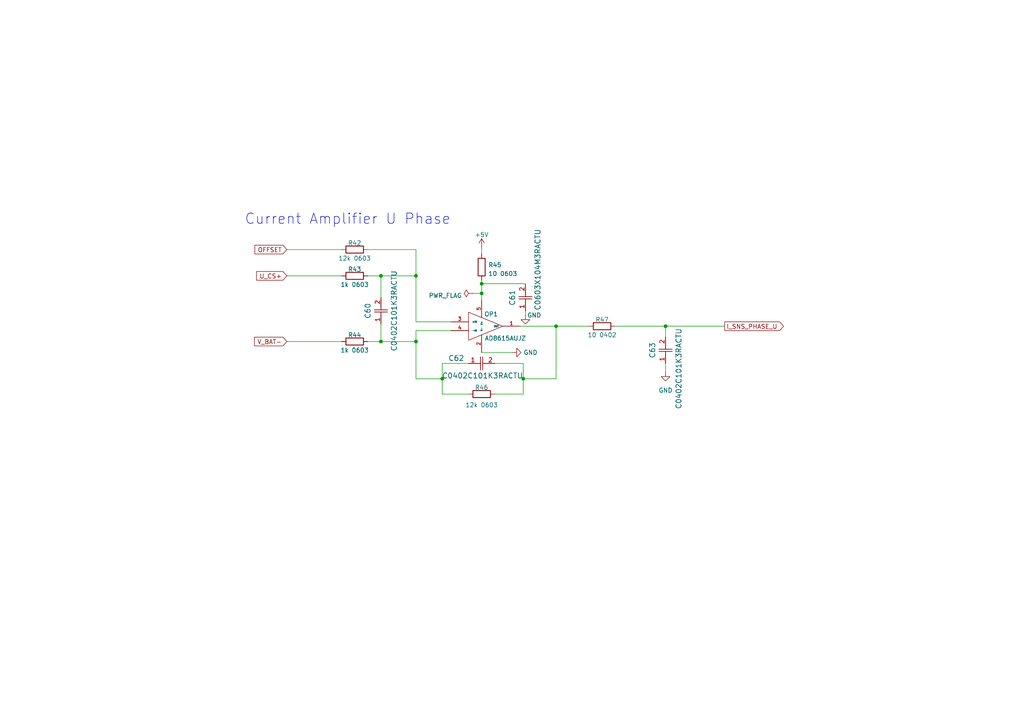
<source format=kicad_sch>
(kicad_sch (version 20231120) (generator "eeschema") (generator_version "8.0")
  (paper "A4")
  (lib_symbols
    (symbol "AD8615:AD8615AUJZ" (pin_names (offset 1.016))
      (property "Reference" "OP" (at 3.556 -12.954 0))
      (property "Value" "AD8615AUJZ" (at 8.128 -21.59 0))
      (symbol "AD8615AUJZ_0_0"
        (pin output line (at 11.176 -17.78 180) (length 5.08) (name "OUT") (number "1"))
        (pin power_in line (at 0 -25.4 90) (length 5.08) (name "V-") (number "2"))
        (pin input line (at -8.89 -16.51 0) (length 5.08) (name "+IN") (number "3"))
        (pin input line (at -8.89 -19.05 0) (length 5.08) (name "-IN") (number "4"))
        (pin power_in line (at 0 -10.16 270) (length 5.08) (name "V+") (number "5"))
      )
      (symbol "AD8615AUJZ_0_1"
        (polyline (pts (xy -3.81 -13.716) (xy -3.81 -21.844) (xy 6.096 -17.78) (xy -3.81 -13.716)))
      )
    )
    (symbol "C0603C101K3RACAUTO:C0402C101K3RACTU" (pin_names (offset 0.254))
      (property "Reference" "C" (at 3.81 3.81 0))
      (property "Value" "C0402C101K3RACTU" (at 3.81 -3.81 0))
      (symbol "C0402C101K3RACTU_1_1"
        (polyline (pts (xy 2.54 0) (xy 3.4798 0)) (stroke (width 0.2032)))
        (polyline (pts (xy 3.4798 -1.905) (xy 3.4798 1.905)) (stroke (width 0.2032)))
        (polyline (pts (xy 4.1148 -1.905) (xy 4.1148 1.905)) (stroke (width 0.2032)))
        (polyline (pts (xy 4.1148 0) (xy 5.08 0)) (stroke (width 0.2032)))
        (pin unspecified line (at 0 0 0) (length 2.54) (name "") (number "1"))
        (pin unspecified line (at 7.62 0 180) (length 2.54) (name "") (number "2"))
      )
      (symbol "C0402C101K3RACTU_1_2"
        (polyline (pts (xy -1.905 -4.1148) (xy 1.905 -4.1148)) (stroke (width 0.2032)))
        (polyline (pts (xy -1.905 -3.4798) (xy 1.905 -3.4798)) (stroke (width 0.2032)))
        (polyline (pts (xy 0 -4.1148) (xy 0 -5.08)) (stroke (width 0.2032)))
        (polyline (pts (xy 0 -2.54) (xy 0 -3.4798)) (stroke (width 0.2032)))
        (pin unspecified line (at 0 0 270) (length 2.54) (name "") (number "1"))
        (pin unspecified line (at 0 -7.62 90) (length 2.54) (name "") (number "2"))
      )
    )
    (symbol "C37:C0603X104M3RACTU" (pin_names (offset 0.254))
      (property "Reference" "C" (at 3.81 3.81 0))
      (property "Value" "C0603X104M3RACTU" (at 3.81 -3.81 0))
      (symbol "C0603X104M3RACTU_1_1"
        (polyline (pts (xy 2.54 0) (xy 3.4798 0)) (stroke (width 0.2032)))
        (polyline (pts (xy 3.4798 -1.905) (xy 3.4798 1.905)) (stroke (width 0.2032)))
        (polyline (pts (xy 4.1148 -1.905) (xy 4.1148 1.905)) (stroke (width 0.2032)))
        (polyline (pts (xy 4.1148 0) (xy 5.08 0)) (stroke (width 0.2032)))
        (pin unspecified line (at 0 0 0) (length 2.54) (name "") (number "1"))
        (pin unspecified line (at 7.62 0 180) (length 2.54) (name "") (number "2"))
      )
      (symbol "C0603X104M3RACTU_1_2"
        (polyline (pts (xy -1.905 -4.1148) (xy 1.905 -4.1148)) (stroke (width 0.2032)))
        (polyline (pts (xy -1.905 -3.4798) (xy 1.905 -3.4798)) (stroke (width 0.2032)))
        (polyline (pts (xy 0 -4.1148) (xy 0 -5.08)) (stroke (width 0.2032)))
        (polyline (pts (xy 0 -2.54) (xy 0 -3.4798)) (stroke (width 0.2032)))
        (pin unspecified line (at 0 0 270) (length 2.54) (name "") (number "1"))
        (pin unspecified line (at 0 -7.62 90) (length 2.54) (name "") (number "2"))
      )
    )
    (symbol "Device:R" (pin_numbers hide) (pin_names (offset 0))
      (property "Reference" "R" (at 2.032 0 90))
      (property "Value" "R" (at 0 0 90))
      (symbol "R_0_1"
        (rectangle (start -1.016 -2.54) (end 1.016 2.54) (stroke (width 0.254)))
      )
      (symbol "R_1_1"
        (pin passive line (at 0 3.81 270) (length 1.27) (name "~") (number "1"))
        (pin passive line (at 0 -3.81 90) (length 1.27) (name "~") (number "2"))
      )
    )
    (symbol "power:+5V" (power) (pin_names (offset 0))
      (property "Value" "+5V" (at 0 3.556 0))
      (symbol "+5V_0_1"
        (polyline (pts (xy -0.762 1.27) (xy 0 2.54)))
        (polyline (pts (xy 0 0) (xy 0 2.54)))
        (polyline (pts (xy 0 2.54) (xy 0.762 1.27)))
      )
      (symbol "+5V_1_1"
        (pin power_in line (at 0 0 90) (length 0) hide (name "+5V") (number "1"))
      )
    )
    (symbol "power:GND" (power) (pin_names (offset 0))
      (property "Value" "GND" (at 0 -3.81 0))
      (symbol "GND_0_1"
        (polyline (pts (xy 0 0) (xy 0 -1.27) (xy 1.27 -1.27) (xy 0 -2.54) (xy -1.27 -1.27) (xy 0 -1.27)))
      )
      (symbol "GND_1_1"
        (pin power_in line (at 0 0 270) (length 0) hide (name "GND") (number "1"))
      )
    )
    (symbol "power:PWR_FLAG" (power) (pin_numbers hide) (pin_names (offset 0) hide)
      (property "Value" "PWR_FLAG" (at 0 3.81 0))
      (symbol "PWR_FLAG_0_0"
        (pin power_out line (at 0 0 90) (length 0) (name "pwr") (number "1"))
      )
      (symbol "PWR_FLAG_0_1"
        (polyline (pts (xy 0 0) (xy 0 1.27) (xy -1.016 1.905) (xy 0 2.54) (xy 1.016 1.905) (xy 0 1.27)))
      )
    )
  )
  (junction (at 139.7 82.296))
  (junction (at 139.7 85.09))
  (junction (at 110.49 99.06))
  (junction (at 193.04 94.615))
  (junction (at 120.65 99.06))
  (junction (at 128.27 109.855))
  (junction (at 110.49 80.01))
  (junction (at 120.65 80.01))
  (junction (at 151.765 109.855))
  (junction (at 161.29 94.615))
  (wire (pts (xy 161.29 94.615) (xy 170.815 94.615)))
  (wire (pts (xy 152.4 90.17) (xy 152.4 91.44)))
  (wire (pts (xy 110.49 99.06) (xy 120.65 99.06)))
  (wire (pts (xy 120.65 93.345) (xy 130.81 93.345)))
  (wire (pts (xy 178.435 94.615) (xy 193.04 94.615)))
  (wire (pts (xy 161.29 94.615) (xy 161.29 109.855)))
  (wire (pts (xy 120.65 95.885) (xy 130.81 95.885)))
  (wire (pts (xy 120.65 80.01) (xy 120.65 93.345)))
  (wire (pts (xy 151.765 109.855) (xy 161.29 109.855)))
  (wire (pts (xy 139.7 85.09) (xy 139.7 86.995)))
  (wire (pts (xy 139.7 82.296) (xy 139.7 85.09)))
  (wire (pts (xy 151.765 105.41) (xy 143.51 105.41)))
  (wire (pts (xy 128.27 105.41) (xy 135.89 105.41)))
  (wire (pts (xy 128.27 109.855) (xy 128.27 105.41)))
  (wire (pts (xy 137.16 85.09) (xy 139.7 85.09)))
  (wire (pts (xy 193.04 105.41) (xy 193.04 107.95)))
  (wire (pts (xy 106.68 99.06) (xy 110.49 99.06)))
  (wire (pts (xy 120.65 99.06) (xy 120.65 109.855)))
  (wire (pts (xy 110.49 80.01) (xy 110.49 86.36)))
  (wire (pts (xy 143.51 114.3) (xy 151.765 114.3)))
  (wire (pts (xy 106.68 72.39) (xy 120.65 72.39)))
  (wire (pts (xy 151.765 109.855) (xy 151.765 105.41)))
  (wire (pts (xy 110.49 80.01) (xy 120.65 80.01)))
  (wire (pts (xy 83.185 80.01) (xy 99.06 80.01)))
  (wire (pts (xy 120.65 95.885) (xy 120.65 99.06)))
  (wire (pts (xy 110.49 93.98) (xy 110.49 99.06)))
  (wire (pts (xy 150.876 94.615) (xy 161.29 94.615)))
  (wire (pts (xy 193.04 94.615) (xy 193.04 97.79)))
  (wire (pts (xy 128.27 109.855) (xy 120.65 109.855)))
  (wire (pts (xy 120.65 80.01) (xy 120.65 72.39)))
  (wire (pts (xy 83.185 99.06) (xy 99.06 99.06)))
  (wire (pts (xy 135.89 114.3) (xy 128.27 114.3)))
  (wire (pts (xy 151.765 114.3) (xy 151.765 109.855)))
  (wire (pts (xy 128.27 114.3) (xy 128.27 109.855)))
  (wire (pts (xy 83.185 72.39) (xy 99.06 72.39)))
  (wire (pts (xy 152.4 82.296) (xy 139.7 82.296)))
  (wire (pts (xy 110.49 80.01) (xy 106.68 80.01)))
  (wire (pts (xy 193.04 94.615) (xy 210.185 94.615)))
  (wire (pts (xy 139.7 71.755) (xy 139.7 73.66)))
  (wire (pts (xy 139.7 102.235) (xy 148.59 102.235)))
  (wire (pts (xy 139.7 81.28) (xy 139.7 82.296)))
  (wire (pts (xy 152.4 82.296) (xy 152.4 82.55)))
  (text "Current Amplifier U Phase" (at 130.81 65.405 0) (effects (font (size 3 3)) (justify right bottom)))
  (global_label "V_BAT-" (shape input) (at 83.185 99.06 180) (property "Intersheetrefs" "${INTERSHEET_REFS}" (effects (hide yes))))
  (global_label "I_SNS_PHASE_U" (shape output) (at 210.185 94.615 0) (property "Intersheetrefs" "${INTERSHEET_REFS}" (effects (hide yes))))
  (global_label "OFFSET" (shape input) (at 83.185 72.39 180) (property "Intersheetrefs" "${INTERSHEET_REFS}" (effects (hide yes))))
  (global_label "U_CS+" (shape input) (at 83.185 80.01 180) (property "Intersheetrefs" "${INTERSHEET_REFS}" (effects (hide yes))))
  (symbol (lib_id "C0603C101K3RACAUTO:C0402C101K3RACTU") (at 135.89 105.41 0) (unit 1)
    (property "Reference" "C62" (at 132.334 103.886 0) (effects (font (size 1.524 1.524))))
    (property "Value" "C0402C101K3RACTU" (at 139.954 108.966 0) (effects (font (size 1.524 1.524))))
    (property "Footprint" "just-footprints:CAPC10555_55N_KEM" (effects (hide yes)))
    (property "Datasheet" "C0402C101K3RACTU" (effects (hide yes)))
  )
  (symbol (lib_id "power:GND") (at 148.59 102.235 90) (unit 1)
    (property "Reference" "#PWR014" (effects (hide yes)))
    (property "Value" "GND" (at 153.8732 102.235 90))
  )
  (symbol (lib_id "power:GND") (at 152.4 91.44 0) (unit 1)
    (property "Reference" "#PWR013" (effects (hide yes)))
    (property "Value" "GND" (at 154.94 91.44 0))
  )
  (symbol (lib_id "power:GND") (at 193.04 107.95 0) (unit 1)
    (property "Reference" "#PWR015" (effects (hide yes)))
    (property "Value" "GND" (at 193.04 113.2332 0))
  )
  (symbol (lib_id "C37:C0603X104M3RACTU") (at 152.4 90.17 90) (unit 1)
    (property "Reference" "C61" (at 148.59 86.36 0) (effects (font (size 1.524 1.524))))
    (property "Value" "C0603X104M3RACTU" (at 155.956 78.232 0) (effects (font (size 1.524 1.524))))
    (property "Footprint" "just-footprints:CAPC17795_95N_KEM" (effects (hide yes)))
    (property "Datasheet" "C0603X104M3RACTU" (effects (hide yes)))
  )
  (symbol (lib_id "Device:R") (at 102.87 72.39 90) (unit 1)
    (property "Reference" "R42" (at 102.87 70.485 90))
    (property "Value" "12k 0603" (at 102.87 74.93 90))
  )
  (symbol (lib_id "Device:R") (at 102.87 80.01 90) (unit 1)
    (property "Reference" "R43" (at 102.87 78.105 90))
    (property "Value" "1k 0603" (at 102.87 82.55 90))
  )
  (symbol (lib_id "C0603C101K3RACAUTO:C0402C101K3RACTU") (at 110.49 93.98 90) (unit 1)
    (property "Reference" "C60" (at 106.68 90.17 0) (effects (font (size 1.524 1.524))))
    (property "Value" "C0402C101K3RACTU" (at 114.3 90.17 0) (effects (font (size 1.524 1.524))))
    (property "Footprint" "just-footprints:CAPC10555_55N_KEM" (effects (hide yes)))
    (property "Datasheet" "C0402C101K3RACTU" (effects (hide yes)))
  )
  (symbol (lib_id "AD8615:AD8615AUJZ") (at 139.7 76.835 0) (unit 1)
    (property "Reference" "OP1" (at 142.4432 91.1098 0))
    (property "Value" "AD8615AUJZ" (at 146.558 98.1202 0))
    (property "Footprint" "AD8615AUJZ:SOT95P280X100-5N" (effects (hide yes)))
    (property "Description" "Precision 20 MHz CMOS Single RRIO Operational Amplifier" (effects (hide yes)))
    (property "MF" "Analog Devices" (effects (hide yes)))
    (property "PACKAGE" "SOT-23-5" (effects (hide yes)))
    (property "MPN" "AD8615AUJZ" (effects (hide yes)))
    (property "Price" "None" (effects (hide yes)))
    (property "Package" "TSOT-5 Analog Devices" (effects (hide yes)))
    (property "OC_FARNELL" "9079408" (effects (hide yes)))
    (property "SnapEDA_Link" "https://www.snapeda.com/parts/AD8615AUJZ-REEL7/Analog+Devices/view-part/?ref=snap" (effects (hide yes)))
    (property "MP" "AD8615AUJZ-REEL7" (effects (hide yes)))
    (property "Purchase-URL" "https://www.snapeda.com/api/url_track_click_mouser/?unipart_id=45535&manufacturer=Analog Devices&part_name=AD8615AUJZ-REEL7&search_term=ad8615" (effects (hide yes)))
    (property "SUPPLIER" "Analog Devices" (effects (hide yes)))
    (property "OC_NEWARK" "31M4569" (effects (hide yes)))
    (property "Availability" "In Stock" (effects (hide yes)))
    (property "Check_prices" "https://www.snapeda.com/parts/AD8615AUJZ-REEL7/Analog+Devices/view-part/?ref=eda" (effects (hide yes)))
  )
  (symbol (lib_id "C0603C101K3RACAUTO:C0402C101K3RACTU") (at 193.04 105.41 90) (unit 1)
    (property "Reference" "C63" (at 189.23 101.6 0) (effects (font (size 1.524 1.524))))
    (property "Value" "C0402C101K3RACTU" (at 196.85 106.934 0) (effects (font (size 1.524 1.524))))
    (property "Footprint" "just-footprints:CAPC10555_55N_KEM" (effects (hide yes)))
    (property "Datasheet" "C0402C101K3RACTU" (effects (hide yes)))
  )
  (symbol (lib_id "Device:R") (at 139.7 114.3 90) (unit 1)
    (property "Reference" "R46" (at 139.7 112.395 90))
    (property "Value" "12k 0603" (at 139.7 117.475 90))
  )
  (symbol (lib_id "power:+5V") (at 139.7 71.755 0) (unit 1)
    (property "Reference" "#PWR012" (effects (hide yes)))
    (property "Value" "+5V" (at 139.7 68.0974 0))
  )
  (symbol (lib_id "power:PWR_FLAG") (at 137.16 85.09 90) (unit 1)
    (property "Reference" "#FLG01" (effects (hide yes)))
    (property "Value" "PWR_FLAG" (at 133.985 85.725 90) (effects (justify left)))
  )
  (symbol (lib_id "Device:R") (at 102.87 99.06 90) (unit 1)
    (property "Reference" "R44" (at 102.87 97.155 90))
    (property "Value" "1k 0603" (at 102.87 101.6 90))
  )
  (symbol (lib_id "Device:R") (at 174.625 94.615 90) (unit 1)
    (property "Reference" "R47" (at 174.625 92.71 90))
    (property "Value" "10 0402" (at 174.625 97.155 90))
  )
  (symbol (lib_id "Device:R") (at 139.7 77.47 0) (unit 1)
    (property "Reference" "R45" (at 141.605 76.835 0) (effects (justify left)))
    (property "Value" "10 0603" (at 141.605 79.375 0) (effects (justify left)))
  )
)
</source>
